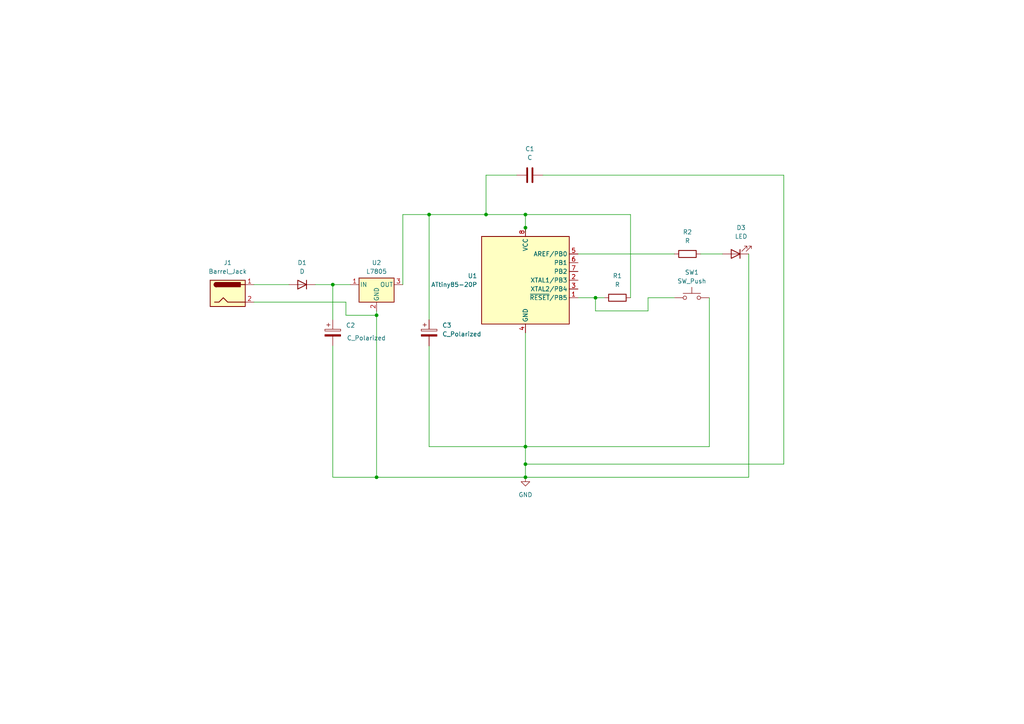
<source format=kicad_sch>
(kicad_sch (version 20250114) (generator "eeschema") (generator_version "9.0")
  (paper "A4")
  (lib_symbols
    (symbol "Connector:Barrel_Jack" (pin_names (offset 1.016))
      (property "Reference" "J" (at 0 5.334 0))
      (property "Value" "Barrel_Jack" (at 0 -5.08 0))
      (symbol "Barrel_Jack_0_1"
        (rectangle (start -5.08 3.81) (end 5.08 -3.81) (stroke (width 0.254)) (fill (type background)))
        (polyline (pts (xy -3.81 -2.54) (xy -2.54 -2.54) (xy -1.27 -1.27) (xy 0 -2.54) (xy 2.54 -2.54) (xy 5.08 -2.54)) (stroke (width 0.254)))
        (arc (start -3.302 1.905) (mid -3.9343 2.54) (end -3.302 3.175) (stroke (width 0.254)))
        (arc (start -3.302 1.905) (mid -3.9343 2.54) (end -3.302 3.175) (stroke (width 0.254)) (fill (type outline)))
        (rectangle (start 3.683 3.175) (end -3.302 1.905) (stroke (width 0.254)) (fill (type outline)))
        (polyline (pts (xy 5.08 2.54) (xy 3.81 2.54)) (stroke (width 0.254)))
      )
      (symbol "Barrel_Jack_1_1"
        (pin passive line (at 7.62 2.54 180) (length 2.54) (name "~") (number "1"))
        (pin passive line (at 7.62 -2.54 180) (length 2.54) (name "~") (number "2"))
      )
    )
    (symbol "Device:C" (pin_numbers (hide yes)) (pin_names (offset 0.254))
      (property "Reference" "C" (at 0.635 2.54 0))
      (property "Value" "C" (at 0.635 -2.54 0))
      (symbol "C_0_1"
        (polyline (pts (xy -2.032 0.762) (xy 2.032 0.762)) (stroke (width 0.508)))
        (polyline (pts (xy -2.032 -0.762) (xy 2.032 -0.762)) (stroke (width 0.508)))
      )
      (symbol "C_1_1"
        (pin passive line (at 0 3.81 270) (length 2.794) (name "~") (number "1"))
        (pin passive line (at 0 -3.81 90) (length 2.794) (name "~") (number "2"))
      )
    )
    (symbol "Device:C_Polarized" (pin_numbers (hide yes)) (pin_names (offset 0.254))
      (property "Reference" "C" (at 0.635 2.54 0))
      (property "Value" "C_Polarized" (at 0.635 -2.54 0))
      (symbol "C_Polarized_0_1"
        (rectangle (start -2.286 0.508) (end 2.286 1.016))
        (polyline (pts (xy -1.778 2.286) (xy -0.762 2.286)))
        (polyline (pts (xy -1.27 2.794) (xy -1.27 1.778)))
        (rectangle (start 2.286 -0.508) (end -2.286 -1.016) (fill (type outline)))
      )
      (symbol "C_Polarized_1_1"
        (pin passive line (at 0 3.81 270) (length 2.794) (name "~") (number "1"))
        (pin passive line (at 0 -3.81 90) (length 2.794) (name "~") (number "2"))
      )
    )
    (symbol "Device:D" (pin_numbers (hide yes)) (pin_names (offset 1.016) (hide yes))
      (property "Reference" "D" (at 0 2.54 0))
      (property "Value" "D" (at 0 -2.54 0))
      (symbol "D_0_1"
        (polyline (pts (xy -1.27 1.27) (xy -1.27 -1.27)) (stroke (width 0.254)))
        (polyline (pts (xy 1.27 1.27) (xy 1.27 -1.27) (xy -1.27 0) (xy 1.27 1.27)) (stroke (width 0.254)))
        (polyline (pts (xy 1.27 0) (xy -1.27 0)))
      )
      (symbol "D_1_1"
        (pin passive line (at -3.81 0 0) (length 2.54) (name "K") (number "1"))
        (pin passive line (at 3.81 0 180) (length 2.54) (name "A") (number "2"))
      )
    )
    (symbol "Device:LED" (pin_numbers (hide yes)) (pin_names (offset 1.016) (hide yes))
      (property "Reference" "D" (at 0 2.54 0))
      (property "Value" "LED" (at 0 -2.54 0))
      (symbol "LED_0_1"
        (polyline (pts (xy -3.048 -0.762) (xy -4.572 -2.286) (xy -3.81 -2.286) (xy -4.572 -2.286) (xy -4.572 -1.524)))
        (polyline (pts (xy -1.778 -0.762) (xy -3.302 -2.286) (xy -2.54 -2.286) (xy -3.302 -2.286) (xy -3.302 -1.524)))
        (polyline (pts (xy -1.27 0) (xy 1.27 0)))
        (polyline (pts (xy -1.27 -1.27) (xy -1.27 1.27)) (stroke (width 0.254)))
        (polyline (pts (xy 1.27 -1.27) (xy 1.27 1.27) (xy -1.27 0) (xy 1.27 -1.27)) (stroke (width 0.254)))
      )
      (symbol "LED_1_1"
        (pin passive line (at -3.81 0 0) (length 2.54) (name "K") (number "1"))
        (pin passive line (at 3.81 0 180) (length 2.54) (name "A") (number "2"))
      )
    )
    (symbol "Device:R" (pin_numbers (hide yes)) (pin_names (offset 0))
      (property "Reference" "R" (at 2.032 0 90))
      (property "Value" "R" (at 0 0 90))
      (symbol "R_0_1"
        (rectangle (start -1.016 -2.54) (end 1.016 2.54) (stroke (width 0.254)))
      )
      (symbol "R_1_1"
        (pin passive line (at 0 3.81 270) (length 1.27) (name "~") (number "1"))
        (pin passive line (at 0 -3.81 90) (length 1.27) (name "~") (number "2"))
      )
    )
    (symbol "MCU_Microchip_ATtiny:ATtiny85-20P"
      (property "Reference" "U" (at -12.7 13.97 0))
      (property "Value" "ATtiny85-20P" (at 2.54 -13.97 0))
      (symbol "ATtiny85-20P_0_1"
        (rectangle (start -12.7 -12.7) (end 12.7 12.7) (stroke (width 0.254)) (fill (type background)))
      )
      (symbol "ATtiny85-20P_1_1"
        (pin power_in line (at 0 15.24 270) (length 2.54) (name "VCC") (number "8"))
        (pin power_in line (at 0 -15.24 90) (length 2.54) (name "GND") (number "4"))
        (pin bidirectional line (at 15.24 7.62 180) (length 2.54) (name "AREF/PB0") (number "5"))
        (pin bidirectional line (at 15.24 5.08 180) (length 2.54) (name "PB1") (number "6"))
        (pin bidirectional line (at 15.24 2.54 180) (length 2.54) (name "PB2") (number "7"))
        (pin bidirectional line (at 15.24 0 180) (length 2.54) (name "XTAL1/PB3") (number "2"))
        (pin bidirectional line (at 15.24 -2.54 180) (length 2.54) (name "XTAL2/PB4") (number "3"))
        (pin bidirectional line (at 15.24 -5.08 180) (length 2.54) (name "~{RESET}/PB5") (number "1"))
      )
    )
    (symbol "Regulator_Linear:L7805" (pin_names (offset 0.254))
      (property "Reference" "U" (at -3.81 3.175 0))
      (property "Value" "L7805" (at 0 3.175 0))
      (symbol "L7805_0_1"
        (rectangle (start -5.08 1.905) (end 5.08 -5.08) (stroke (width 0.254)) (fill (type background)))
      )
      (symbol "L7805_1_1"
        (pin power_in line (at -7.62 0 0) (length 2.54) (name "IN") (number "1"))
        (pin power_in line (at 0 -7.62 90) (length 2.54) (name "GND") (number "2"))
        (pin power_out line (at 7.62 0 180) (length 2.54) (name "OUT") (number "3"))
      )
    )
    (symbol "Switch:SW_Push" (pin_numbers (hide yes)) (pin_names (offset 1.016) (hide yes))
      (property "Reference" "SW" (at 1.27 2.54 0))
      (property "Value" "SW_Push" (at 0 -1.524 0))
      (symbol "SW_Push_0_1"
        (circle (center -2.032 0) (radius 0.508))
        (polyline (pts (xy 0 1.27) (xy 0 3.048)))
        (circle (center 2.032 0) (radius 0.508))
        (polyline (pts (xy 2.54 1.27) (xy -2.54 1.27)))
        (pin passive line (at -5.08 0 0) (length 2.54) (name "1") (number "1"))
        (pin passive line (at 5.08 0 180) (length 2.54) (name "2") (number "2"))
      )
    )
    (symbol "power:GND" (power) (pin_numbers (hide yes)) (pin_names (offset 0) (hide yes))
      (property "Value" "GND" (at 0 -3.81 0))
      (symbol "GND_0_1"
        (polyline (pts (xy 0 0) (xy 0 -1.27) (xy 1.27 -1.27) (xy 0 -2.54) (xy -1.27 -1.27) (xy 0 -1.27)))
      )
      (symbol "GND_1_1"
        (pin power_in line (at 0 0 270) (length 0) (name "~") (number "1"))
      )
    )
  )
  (junction (at 109.22 138.43))
  (junction (at 140.97 62.23))
  (junction (at 152.4 62.23))
  (junction (at 109.22 91.44))
  (junction (at 152.4 138.43))
  (junction (at 152.4 129.54))
  (junction (at 124.46 62.23))
  (junction (at 96.52 82.55))
  (junction (at 152.4 66.04))
  (junction (at 172.72 86.36))
  (junction (at 152.4 134.62))
  (wire (pts (xy 149.86 50.8) (xy 140.97 50.8)))
  (wire (pts (xy 167.64 73.66) (xy 195.58 73.66)))
  (wire (pts (xy 205.74 129.54) (xy 152.4 129.54)))
  (wire (pts (xy 152.4 96.52) (xy 152.4 129.54)))
  (wire (pts (xy 73.66 82.55) (xy 83.82 82.55)))
  (wire (pts (xy 109.22 91.44) (xy 109.22 138.43)))
  (wire (pts (xy 96.52 82.55) (xy 101.6 82.55)))
  (wire (pts (xy 152.4 134.62) (xy 152.4 138.43)))
  (wire (pts (xy 100.33 87.63) (xy 100.33 91.44)))
  (wire (pts (xy 116.84 82.55) (xy 116.84 62.23)))
  (wire (pts (xy 217.17 138.43) (xy 152.4 138.43)))
  (wire (pts (xy 152.4 129.54) (xy 152.4 134.62)))
  (wire (pts (xy 227.33 134.62) (xy 152.4 134.62)))
  (wire (pts (xy 187.96 86.36) (xy 187.96 90.17)))
  (wire (pts (xy 140.97 50.8) (xy 140.97 62.23)))
  (wire (pts (xy 217.17 73.66) (xy 217.17 138.43)))
  (wire (pts (xy 140.97 62.23) (xy 152.4 62.23)))
  (wire (pts (xy 100.33 91.44) (xy 109.22 91.44)))
  (wire (pts (xy 96.52 138.43) (xy 109.22 138.43)))
  (wire (pts (xy 109.22 138.43) (xy 152.4 138.43)))
  (wire (pts (xy 203.2 73.66) (xy 209.55 73.66)))
  (wire (pts (xy 124.46 100.33) (xy 124.46 129.54)))
  (wire (pts (xy 167.64 86.36) (xy 172.72 86.36)))
  (wire (pts (xy 172.72 86.36) (xy 175.26 86.36)))
  (wire (pts (xy 124.46 62.23) (xy 140.97 62.23)))
  (wire (pts (xy 157.48 50.8) (xy 227.33 50.8)))
  (wire (pts (xy 205.74 86.36) (xy 205.74 129.54)))
  (wire (pts (xy 124.46 62.23) (xy 124.46 92.71)))
  (wire (pts (xy 124.46 129.54) (xy 152.4 129.54)))
  (wire (pts (xy 195.58 86.36) (xy 187.96 86.36)))
  (wire (pts (xy 96.52 100.33) (xy 96.52 138.43)))
  (wire (pts (xy 152.4 62.23) (xy 182.88 62.23)))
  (wire (pts (xy 172.72 90.17) (xy 172.72 86.36)))
  (wire (pts (xy 116.84 62.23) (xy 124.46 62.23)))
  (wire (pts (xy 109.22 91.44) (xy 109.22 90.17)))
  (wire (pts (xy 91.44 82.55) (xy 96.52 82.55)))
  (wire (pts (xy 152.4 66.04) (xy 152.4 67.31)))
  (wire (pts (xy 187.96 90.17) (xy 172.72 90.17)))
  (wire (pts (xy 182.88 62.23) (xy 182.88 86.36)))
  (wire (pts (xy 73.66 87.63) (xy 100.33 87.63)))
  (wire (pts (xy 152.4 62.23) (xy 152.4 66.04)))
  (wire (pts (xy 227.33 50.8) (xy 227.33 134.62)))
  (wire (pts (xy 96.52 82.55) (xy 96.52 92.71)))
  (symbol (lib_id "Regulator_Linear:L7805") (at 109.22 82.55 0) (unit 1)
    (property "Reference" "U2" (at 109.22 76.2 0))
    (property "Value" "L7805" (at 109.22 78.74 0))
    (property "Footprint" "Package_TO_SOT_THT:TO-220-3_Vertical" (effects (hide yes)))
    (property "Datasheet" "http://www.st.com/content/ccc/resource/technical/document/datasheet/41/4f/b3/b0/12/d4/47/88/CD00000444.pdf/files/CD00000444.pdf/jcr:content/translations/en.CD00000444.pdf" (effects (hide yes)))
    (property "Description" "Positive 1.5A 35V Linear Regulator, Fixed Output 5V, TO-220/TO-263/TO-252" (effects (hide yes)))
  )
  (symbol (lib_id "Device:D") (at 87.63 82.55 180) (unit 1)
    (property "Reference" "D1" (at 87.63 76.2 0))
    (property "Value" "D" (at 87.63 78.74 0))
    (property "Footprint" "Diode_THT:D_DO-41_SOD81_P10.16mm_Horizontal" (effects (hide yes)))
    (property "Description" "Diode" (effects (hide yes)))
    (property "Sim.Device" "D" (effects (hide yes)))
    (property "Sim.Pins" "1=K 2=A" (effects (hide yes)))
  )
  (symbol (lib_id "power:GND") (at 152.4 138.43 0) (unit 1)
    (property "Reference" "#PWR01" (effects (hide yes)))
    (property "Value" "GND" (at 152.4 143.51 0))
    (property "Description" "Power symbol creates a global label with name \"GND\" , ground" (effects (hide yes)))
  )
  (symbol (lib_id "Device:LED") (at 213.36 73.66 180) (unit 1)
    (property "Reference" "D3" (at 214.9475 66.04 0))
    (property "Value" "LED" (at 214.9475 68.58 0))
    (property "Footprint" "LED_THT:LED_D5.0mm" (effects (hide yes)))
    (property "Description" "Light emitting diode" (effects (hide yes)))
    (property "Sim.Pins" "1=K 2=A" (effects (hide yes)))
  )
  (symbol (lib_id "Device:C_Polarized") (at 124.46 96.52 0) (unit 1)
    (property "Reference" "C3" (at 128.27 94.3609 0) (effects (justify left)))
    (property "Value" "C_Polarized" (at 128.27 96.9009 0) (effects (justify left)))
    (property "Footprint" "Capacitor_THT:CP_Radial_D5.0mm_P2.50mm" (effects (hide yes)))
    (property "Description" "Polarized capacitor" (effects (hide yes)))
  )
  (symbol (lib_id "MCU_Microchip_ATtiny:ATtiny85-20P") (at 152.4 81.28 0) (unit 1)
    (property "Reference" "U1" (at 138.43 80.0099 0) (effects (justify right)))
    (property "Value" "ATtiny85-20P" (at 138.43 82.5499 0) (effects (justify right)))
    (property "Footprint" "Package_DIP:DIP-8_W7.62mm" (effects (hide yes)))
    (property "Datasheet" "http://ww1.microchip.com/downloads/en/DeviceDoc/atmel-2586-avr-8-bit-microcontroller-attiny25-attiny45-attiny85_datasheet.pdf" (effects (hide yes)))
    (property "Description" "20MHz, 8kB Flash, 512B SRAM, 512B EEPROM, debugWIRE, DIP-8" (effects (hide yes)))
  )
  (symbol (lib_id "Device:R") (at 199.39 73.66 90) (unit 1)
    (property "Reference" "R2" (at 199.39 67.31 90))
    (property "Value" "R" (at 199.39 69.85 90))
    (property "Footprint" "Resistor_THT:R_Axial_DIN0207_L6.3mm_D2.5mm_P7.62mm_Horizontal" (effects (hide yes)))
    (property "Description" "Resistor" (effects (hide yes)))
  )
  (symbol (lib_id "Device:C_Polarized") (at 96.52 96.52 0) (unit 1)
    (property "Reference" "C2" (at 100.33 94.3609 0) (effects (justify left)))
    (property "Value" "C_Polarized" (at 100.584 98.044 0) (effects (justify left)))
    (property "Footprint" "Capacitor_THT:CP_Radial_D5.0mm_P2.50mm" (effects (hide yes)))
    (property "Description" "Polarized capacitor" (effects (hide yes)))
  )
  (symbol (lib_id "Device:R") (at 179.07 86.36 90) (unit 1)
    (property "Reference" "R1" (at 179.07 80.01 90))
    (property "Value" "R" (at 179.07 82.55 90))
    (property "Footprint" "Resistor_THT:R_Axial_DIN0207_L6.3mm_D2.5mm_P7.62mm_Horizontal" (effects (hide yes)))
    (property "Description" "Resistor" (effects (hide yes)))
  )
  (symbol (lib_id "Device:C") (at 153.67 50.8 90) (unit 1)
    (property "Reference" "C1" (at 153.67 43.18 90))
    (property "Value" "C" (at 153.67 45.72 90))
    (property "Footprint" "Capacitor_THT:C_Disc_D5.0mm_W2.5mm_P5.00mm" (effects (hide yes)))
    (property "Description" "Unpolarized capacitor" (effects (hide yes)))
  )
  (symbol (lib_id "Switch:SW_Push") (at 200.66 86.36 0) (unit 1)
    (property "Reference" "SW1" (at 200.66 78.994 0))
    (property "Value" "SW_Push" (at 200.66 81.534 0))
    (property "Footprint" "Button_Switch_THT:SW_PUSH_6mm" (effects (hide yes)))
    (property "Description" "Push button switch, generic, two pins" (effects (hide yes)))
  )
  (symbol (lib_id "Connector:Barrel_Jack") (at 66.04 85.09 0) (unit 1)
    (property "Reference" "J1" (at 66.04 76.2 0))
    (property "Value" "Barrel_Jack" (at 66.04 78.74 0))
    (property "Footprint" "Connector_BarrelJack:BarrelJack_Horizontal" (effects (hide yes)))
    (property "Description" "DC Barrel Jack" (effects (hide yes)))
  )
)
</source>
